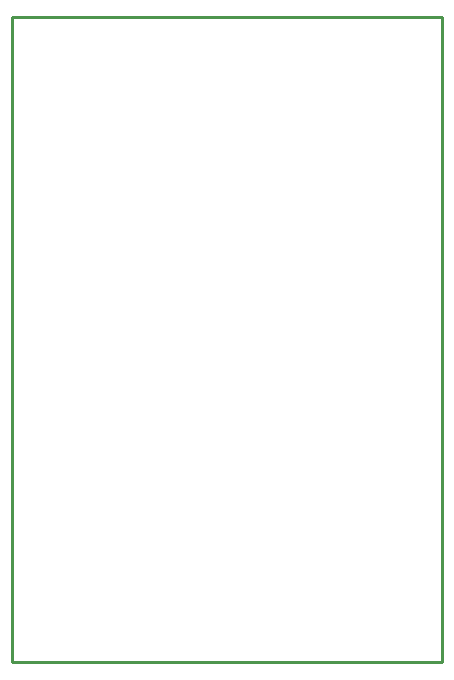
<source format=gko>
G04*
G04 #@! TF.GenerationSoftware,Altium Limited,Altium Designer,21.3.1 (25)*
G04*
G04 Layer_Color=8388736*
%FSLAX25Y25*%
%MOIN*%
G70*
G04*
G04 #@! TF.SameCoordinates,0F46E8F8-C812-4C73-86AE-EEEB37A8DDC9*
G04*
G04*
G04 #@! TF.FilePolarity,Positive*
G04*
G01*
G75*
%ADD15C,0.01000*%
D15*
X143209Y215059D02*
X143209Y0D01*
X0D02*
X143209D01*
X0Y215059D02*
X143209D01*
X0Y0D02*
Y215059D01*
M02*

</source>
